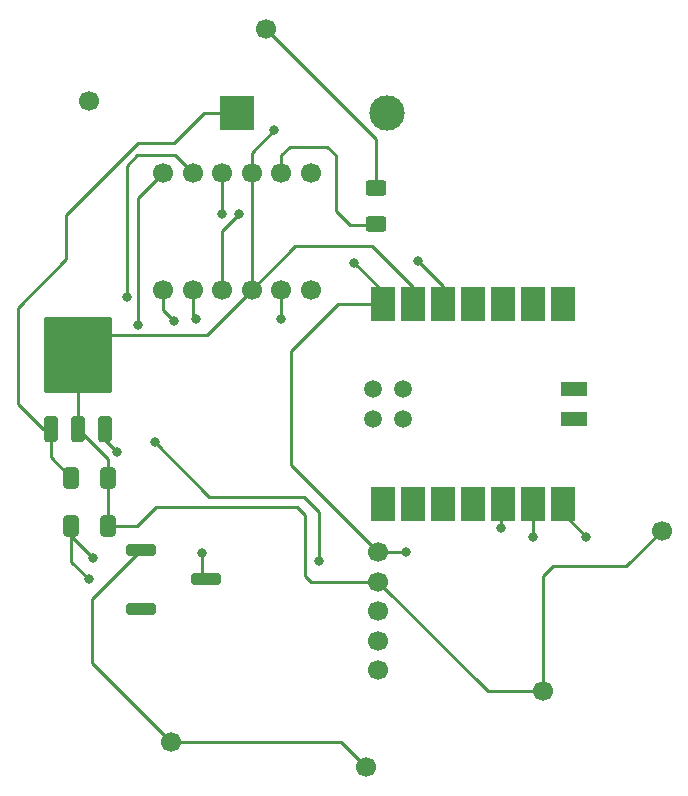
<source format=gtl>
%TF.GenerationSoftware,KiCad,Pcbnew,7.0.1*%
%TF.CreationDate,2023-04-24T09:38:45-04:00*%
%TF.ProjectId,digital_compass,64696769-7461-46c5-9f63-6f6d70617373,rev?*%
%TF.SameCoordinates,Original*%
%TF.FileFunction,Copper,L1,Top*%
%TF.FilePolarity,Positive*%
%FSLAX46Y46*%
G04 Gerber Fmt 4.6, Leading zero omitted, Abs format (unit mm)*
G04 Created by KiCad (PCBNEW 7.0.1) date 2023-04-24 09:38:45*
%MOMM*%
%LPD*%
G01*
G04 APERTURE LIST*
G04 Aperture macros list*
%AMRoundRect*
0 Rectangle with rounded corners*
0 $1 Rounding radius*
0 $2 $3 $4 $5 $6 $7 $8 $9 X,Y pos of 4 corners*
0 Add a 4 corners polygon primitive as box body*
4,1,4,$2,$3,$4,$5,$6,$7,$8,$9,$2,$3,0*
0 Add four circle primitives for the rounded corners*
1,1,$1+$1,$2,$3*
1,1,$1+$1,$4,$5*
1,1,$1+$1,$6,$7*
1,1,$1+$1,$8,$9*
0 Add four rect primitives between the rounded corners*
20,1,$1+$1,$2,$3,$4,$5,0*
20,1,$1+$1,$4,$5,$6,$7,0*
20,1,$1+$1,$6,$7,$8,$9,0*
20,1,$1+$1,$8,$9,$2,$3,0*%
G04 Aperture macros list end*
%TA.AperFunction,SMDPad,CuDef*%
%ADD10RoundRect,0.250000X0.625000X-0.400000X0.625000X0.400000X-0.625000X0.400000X-0.625000X-0.400000X0*%
%TD*%
%TA.AperFunction,SMDPad,CuDef*%
%ADD11RoundRect,0.250000X0.350000X-0.850000X0.350000X0.850000X-0.350000X0.850000X-0.350000X-0.850000X0*%
%TD*%
%TA.AperFunction,SMDPad,CuDef*%
%ADD12RoundRect,0.250000X1.125000X-1.275000X1.125000X1.275000X-1.125000X1.275000X-1.125000X-1.275000X0*%
%TD*%
%TA.AperFunction,SMDPad,CuDef*%
%ADD13RoundRect,0.249997X2.650003X-2.950003X2.650003X2.950003X-2.650003X2.950003X-2.650003X-2.950003X0*%
%TD*%
%TA.AperFunction,SMDPad,CuDef*%
%ADD14RoundRect,0.250000X-0.412500X-0.650000X0.412500X-0.650000X0.412500X0.650000X-0.412500X0.650000X0*%
%TD*%
%TA.AperFunction,SMDPad,CuDef*%
%ADD15R,2.000000X3.000000*%
%TD*%
%TA.AperFunction,SMDPad,CuDef*%
%ADD16C,1.500000*%
%TD*%
%TA.AperFunction,SMDPad,CuDef*%
%ADD17R,2.300000X1.300000*%
%TD*%
%TA.AperFunction,SMDPad,CuDef*%
%ADD18RoundRect,0.250000X-1.000000X0.250000X-1.000000X-0.250000X1.000000X-0.250000X1.000000X0.250000X0*%
%TD*%
%TA.AperFunction,ComponentPad*%
%ADD19C,1.700000*%
%TD*%
%TA.AperFunction,ComponentPad*%
%ADD20R,3.000000X3.000000*%
%TD*%
%TA.AperFunction,ComponentPad*%
%ADD21C,3.000000*%
%TD*%
%TA.AperFunction,ViaPad*%
%ADD22C,0.800000*%
%TD*%
%TA.AperFunction,Conductor*%
%ADD23C,0.250000*%
%TD*%
G04 APERTURE END LIST*
D10*
%TO.P,R1,1*%
%TO.N,Net-(U3-HV3)*%
X105300000Y-85250000D03*
%TO.P,R1,2*%
%TO.N,Net-(U5-Din)*%
X105300000Y-82150000D03*
%TD*%
D11*
%TO.P,U1,1,IN*%
%TO.N,+9V*%
X77820000Y-102600000D03*
%TO.P,U1,2,GND*%
%TO.N,GND*%
X80100000Y-102600000D03*
D12*
X78575000Y-97975000D03*
X81625000Y-97975000D03*
D13*
X80100000Y-96300000D03*
D12*
X78575000Y-94625000D03*
X81625000Y-94625000D03*
D11*
%TO.P,U1,3,OUT*%
%TO.N,Net-(SW1-B)*%
X82380000Y-102600000D03*
%TD*%
D14*
%TO.P,C1,1*%
%TO.N,+9V*%
X79537500Y-106700000D03*
%TO.P,C1,2*%
%TO.N,GND*%
X82662500Y-106700000D03*
%TD*%
D15*
%TO.P,U2,1,PA02_A0_D0*%
%TO.N,unconnected-(U2-PA02_A0_D0-Pad1)*%
X105880000Y-108970000D03*
%TO.P,U2,2,PA4_A1_D1*%
%TO.N,unconnected-(U2-PA4_A1_D1-Pad2)*%
X108420000Y-108970000D03*
%TO.P,U2,3,PA10_A2_D2*%
%TO.N,unconnected-(U2-PA10_A2_D2-Pad3)*%
X110960000Y-108970000D03*
%TO.P,U2,4,PA11_A3_D3*%
%TO.N,unconnected-(U2-PA11_A3_D3-Pad4)*%
X113500000Y-108970000D03*
%TO.P,U2,5,PA8_A4_D4_SDA*%
%TO.N,Net-(U2-PA8_A4_D4_SDA)*%
X116040000Y-108970000D03*
%TO.P,U2,6,PA9_A5_D5_SCL*%
%TO.N,Net-(U2-PA9_A5_D5_SCL)*%
X118580000Y-108970000D03*
%TO.P,U2,7,PB08_A6_D6_TX*%
%TO.N,Net-(U2-PB08_A6_D6_TX)*%
X121120000Y-108970000D03*
%TO.P,U2,8,PB09_A7_D7_RX*%
%TO.N,unconnected-(U2-PB09_A7_D7_RX-Pad8)*%
X121120000Y-91970000D03*
%TO.P,U2,9,PA7_A8_D8_SCK*%
%TO.N,unconnected-(U2-PA7_A8_D8_SCK-Pad9)*%
X118580000Y-91970000D03*
%TO.P,U2,10,PA5_A9_D9_MISO*%
%TO.N,unconnected-(U2-PA5_A9_D9_MISO-Pad10)*%
X116040000Y-91970000D03*
%TO.P,U2,11,PA6_A10_D10_MOSI*%
%TO.N,unconnected-(U2-PA6_A10_D10_MOSI-Pad11)*%
X113500000Y-91970000D03*
%TO.P,U2,12,3V3*%
%TO.N,Net-(U2-3V3)*%
X110960000Y-91970000D03*
%TO.P,U2,13,GND*%
%TO.N,GND*%
X108420000Y-91970000D03*
%TO.P,U2,14,5V*%
%TO.N,Net-(SW1-A)*%
X105880000Y-91970000D03*
D16*
%TO.P,U2,15,5V*%
%TO.N,unconnected-(U2-5V-Pad15)*%
X105110000Y-101740000D03*
%TO.P,U2,16,GND*%
%TO.N,unconnected-(U2-GND-Pad16)*%
X105110000Y-99200000D03*
%TO.P,U2,17,PA31_SWDIO*%
%TO.N,unconnected-(U2-PA31_SWDIO-Pad17)*%
X107650000Y-101740000D03*
%TO.P,U2,18,PA30_SWCLK*%
%TO.N,unconnected-(U2-PA30_SWCLK-Pad18)*%
X107650000Y-99200000D03*
D17*
%TO.P,U2,19,RESET*%
%TO.N,unconnected-(U2-RESET-Pad19)*%
X122100000Y-101740000D03*
%TO.P,U2,20,GND*%
%TO.N,unconnected-(U2-GND-Pad20)*%
X122100000Y-99200000D03*
%TD*%
D18*
%TO.P,SW1,1,A*%
%TO.N,Net-(SW1-A)*%
X85450000Y-112800000D03*
%TO.P,SW1,2,B*%
%TO.N,Net-(SW1-B)*%
X90950000Y-115300000D03*
%TO.P,SW1,3,C*%
%TO.N,unconnected-(SW1-C-Pad3)*%
X85450000Y-117800000D03*
%TD*%
D19*
%TO.P,U3,1,LV1*%
%TO.N,Net-(U2-PA9_A5_D5_SCL)*%
X87300000Y-90800000D03*
%TO.P,U3,2,LV2*%
%TO.N,Net-(U2-PA8_A4_D4_SDA)*%
X89800000Y-90800000D03*
%TO.P,U3,3,LV*%
%TO.N,Net-(U2-3V3)*%
X92300000Y-90800000D03*
%TO.P,U3,4,GND*%
%TO.N,GND*%
X94800000Y-90800000D03*
%TO.P,U3,5,LV3*%
%TO.N,Net-(U2-PB08_A6_D6_TX)*%
X97300000Y-90800000D03*
%TO.P,U3,6,LV4*%
%TO.N,unconnected-(U3-LV4-Pad6)*%
X99800000Y-90800000D03*
%TO.P,U3,7,HV4*%
%TO.N,unconnected-(U3-HV4-Pad7)*%
X99800000Y-80900000D03*
%TO.P,U3,8,HV3*%
%TO.N,Net-(U3-HV3)*%
X97300000Y-80900000D03*
%TO.P,U3,9,GND*%
%TO.N,GND*%
X94800000Y-80900000D03*
%TO.P,U3,10,HV*%
%TO.N,Net-(SW1-A)*%
X92300000Y-80900000D03*
%TO.P,U3,11,HV2*%
%TO.N,Net-(U3-HV2)*%
X89800000Y-80900000D03*
%TO.P,U3,12,HV1*%
%TO.N,Net-(U3-HV1)*%
X87300000Y-80900000D03*
%TD*%
D14*
%TO.P,C2,1*%
%TO.N,Net-(SW1-B)*%
X79537500Y-110800000D03*
%TO.P,C2,2*%
%TO.N,GND*%
X82662500Y-110800000D03*
%TD*%
D19*
%TO.P,U5,1,PWR1*%
%TO.N,Net-(SW1-A)*%
X88000000Y-129100000D03*
%TO.P,U5,2,PWR2*%
X104500000Y-131200000D03*
%TO.P,U5,3,Din*%
%TO.N,Net-(U5-Din)*%
X96000000Y-68700000D03*
%TO.P,U5,4,Dout*%
%TO.N,unconnected-(U5-Dout-Pad4)*%
X81000000Y-74800000D03*
%TO.P,U5,5,GND1*%
%TO.N,GND*%
X119500000Y-124800000D03*
%TO.P,U5,6,GND2*%
X129500000Y-111200000D03*
%TD*%
%TO.P,U4,1,VCC*%
%TO.N,Net-(SW1-A)*%
X105500000Y-113000000D03*
%TO.P,U4,2,GND*%
%TO.N,GND*%
X105500000Y-115500000D03*
%TO.P,U4,3,SCL*%
%TO.N,Net-(U3-HV1)*%
X105500000Y-118000000D03*
%TO.P,U4,4,SDA*%
%TO.N,Net-(U3-HV2)*%
X105500000Y-120500000D03*
%TO.P,U4,5,DRDY*%
%TO.N,unconnected-(U4-DRDY-Pad5)*%
X105500000Y-123000000D03*
%TD*%
D20*
%TO.P,BT1,1,+*%
%TO.N,+9V*%
X93550000Y-75850000D03*
D21*
%TO.P,BT1,2,-*%
%TO.N,GND*%
X106250000Y-75850000D03*
%TD*%
D22*
%TO.N,GND*%
X96700000Y-77300000D03*
%TO.N,Net-(U2-PA8_A4_D4_SDA)*%
X115900000Y-110975500D03*
X90100000Y-93300000D03*
%TO.N,Net-(U2-PA9_A5_D5_SCL)*%
X88200000Y-93400000D03*
X118600000Y-111700000D03*
%TO.N,Net-(U2-PB08_A6_D6_TX)*%
X123100000Y-111700000D03*
X97300000Y-93300000D03*
%TO.N,Net-(U2-3V3)*%
X108900000Y-88400000D03*
X93700000Y-84400000D03*
%TO.N,Net-(U3-HV2)*%
X84200000Y-91400000D03*
%TO.N,Net-(U3-HV1)*%
X100500000Y-113800000D03*
X85200000Y-93800000D03*
X86600000Y-103700000D03*
%TO.N,Net-(SW1-A)*%
X107900000Y-113000000D03*
X92300000Y-84400000D03*
X103500000Y-88500000D03*
%TO.N,Net-(SW1-B)*%
X90600000Y-113100000D03*
X81000000Y-115300000D03*
X81400000Y-113500000D03*
X83400000Y-104500000D03*
%TD*%
D23*
%TO.N,Net-(U3-HV1)*%
X85200000Y-93800000D02*
X85200000Y-83000000D01*
X85200000Y-83000000D02*
X87300000Y-80900000D01*
%TO.N,+9V*%
X75000000Y-92300000D02*
X79100000Y-88200000D01*
X77820000Y-104982500D02*
X79537500Y-106700000D01*
X88200000Y-78400000D02*
X90750000Y-75850000D01*
X79100000Y-88200000D02*
X79100000Y-84500000D01*
X75000000Y-100500000D02*
X75000000Y-92300000D01*
X90750000Y-75850000D02*
X93550000Y-75850000D01*
X77820000Y-102600000D02*
X77100000Y-102600000D01*
X79100000Y-84500000D02*
X85200000Y-78400000D01*
X77100000Y-102600000D02*
X75000000Y-100500000D01*
X85200000Y-78400000D02*
X88200000Y-78400000D01*
X77820000Y-102600000D02*
X77820000Y-104982500D01*
%TO.N,GND*%
X99300000Y-115000000D02*
X99800000Y-115500000D01*
X105000000Y-87100000D02*
X108420000Y-90520000D01*
X98500000Y-87100000D02*
X105000000Y-87100000D01*
X80100000Y-102600000D02*
X80100000Y-96300000D01*
X126500000Y-114200000D02*
X129500000Y-111200000D01*
X114800000Y-124800000D02*
X119500000Y-124800000D01*
X86700000Y-109200000D02*
X98600000Y-109200000D01*
X82662500Y-110800000D02*
X82662500Y-106700000D01*
X96700000Y-77300000D02*
X94800000Y-79200000D01*
X90975000Y-94625000D02*
X81625000Y-94625000D01*
X82662500Y-105162500D02*
X80100000Y-102600000D01*
X94800000Y-90800000D02*
X90975000Y-94625000D01*
X120300000Y-114200000D02*
X126500000Y-114200000D01*
X82662500Y-110800000D02*
X85100000Y-110800000D01*
X94800000Y-79200000D02*
X94800000Y-80900000D01*
X119500000Y-124800000D02*
X119500000Y-115000000D01*
X94800000Y-80900000D02*
X94800000Y-90800000D01*
X82662500Y-106700000D02*
X82662500Y-105162500D01*
X119500000Y-115000000D02*
X120300000Y-114200000D01*
X94800000Y-90800000D02*
X98500000Y-87100000D01*
X99800000Y-115500000D02*
X105500000Y-115500000D01*
X108420000Y-90520000D02*
X108420000Y-91970000D01*
X85100000Y-110800000D02*
X86700000Y-109200000D01*
X99300000Y-109900000D02*
X99300000Y-115000000D01*
X98600000Y-109200000D02*
X99300000Y-109900000D01*
X105500000Y-115500000D02*
X114800000Y-124800000D01*
%TO.N,Net-(U3-HV3)*%
X103100000Y-85300000D02*
X105250000Y-85300000D01*
X101900000Y-84100000D02*
X103100000Y-85300000D01*
X98000000Y-78700000D02*
X101200000Y-78700000D01*
X97300000Y-79400000D02*
X98000000Y-78700000D01*
X101200000Y-78700000D02*
X101900000Y-79400000D01*
X101900000Y-79400000D02*
X101900000Y-84100000D01*
X105250000Y-85300000D02*
X105300000Y-85250000D01*
X97300000Y-80900000D02*
X97300000Y-79400000D01*
%TO.N,Net-(U5-Din)*%
X105300000Y-78000000D02*
X96000000Y-68700000D01*
X105300000Y-82150000D02*
X105300000Y-78000000D01*
%TO.N,Net-(U2-PA8_A4_D4_SDA)*%
X115900000Y-110975500D02*
X115900000Y-109110000D01*
X89800000Y-93000000D02*
X90100000Y-93300000D01*
X115900000Y-109110000D02*
X116040000Y-108970000D01*
X89800000Y-90800000D02*
X89800000Y-93000000D01*
%TO.N,Net-(U2-PA9_A5_D5_SCL)*%
X118600000Y-111700000D02*
X118580000Y-111680000D01*
X87300000Y-92500000D02*
X88200000Y-93400000D01*
X118580000Y-111680000D02*
X118580000Y-108970000D01*
X87300000Y-90800000D02*
X87300000Y-92500000D01*
%TO.N,Net-(U2-PB08_A6_D6_TX)*%
X121120000Y-109720000D02*
X121120000Y-108970000D01*
X97300000Y-90800000D02*
X97300000Y-93300000D01*
X123100000Y-111700000D02*
X121120000Y-109720000D01*
%TO.N,Net-(U2-3V3)*%
X92300000Y-90800000D02*
X92300000Y-85800000D01*
X108900000Y-88400000D02*
X110960000Y-90460000D01*
X110960000Y-90460000D02*
X110960000Y-91970000D01*
X92300000Y-85800000D02*
X93700000Y-84400000D01*
%TO.N,Net-(U3-HV2)*%
X85100000Y-79400000D02*
X84200000Y-80300000D01*
X85700000Y-79400000D02*
X85100000Y-79400000D01*
X89800000Y-80900000D02*
X88300000Y-79400000D01*
X88300000Y-79400000D02*
X85700000Y-79400000D01*
X84200000Y-80300000D02*
X84200000Y-91400000D01*
%TO.N,Net-(U3-HV1)*%
X100500000Y-109600000D02*
X100500000Y-113800000D01*
X86600000Y-103700000D02*
X91200000Y-108300000D01*
X91200000Y-108300000D02*
X99200000Y-108300000D01*
X99200000Y-108300000D02*
X100500000Y-109600000D01*
%TO.N,Net-(SW1-A)*%
X81300000Y-122400000D02*
X88000000Y-129100000D01*
X85450000Y-112800000D02*
X81300000Y-116950000D01*
X102400000Y-129100000D02*
X104500000Y-131200000D01*
X88000000Y-129100000D02*
X102400000Y-129100000D01*
X92300000Y-80900000D02*
X92300000Y-84400000D01*
X103500000Y-88500000D02*
X105880000Y-90880000D01*
X105880000Y-91970000D02*
X102130000Y-91970000D01*
X105500000Y-113000000D02*
X107900000Y-113000000D01*
X98100000Y-96000000D02*
X98100000Y-105600000D01*
X81300000Y-116950000D02*
X81300000Y-122400000D01*
X105880000Y-90880000D02*
X105880000Y-91970000D01*
X102130000Y-91970000D02*
X98100000Y-96000000D01*
X98100000Y-105600000D02*
X105500000Y-113000000D01*
%TO.N,Net-(SW1-B)*%
X82380000Y-102600000D02*
X82380000Y-103480000D01*
X79537500Y-113837500D02*
X81000000Y-115300000D01*
X79537500Y-110800000D02*
X79537500Y-113837500D01*
X90600000Y-114950000D02*
X90950000Y-115300000D01*
X81400000Y-113500000D02*
X79537500Y-111637500D01*
X79537500Y-111637500D02*
X79537500Y-110800000D01*
X82380000Y-103480000D02*
X83400000Y-104500000D01*
X90600000Y-113100000D02*
X90600000Y-114950000D01*
%TD*%
M02*

</source>
